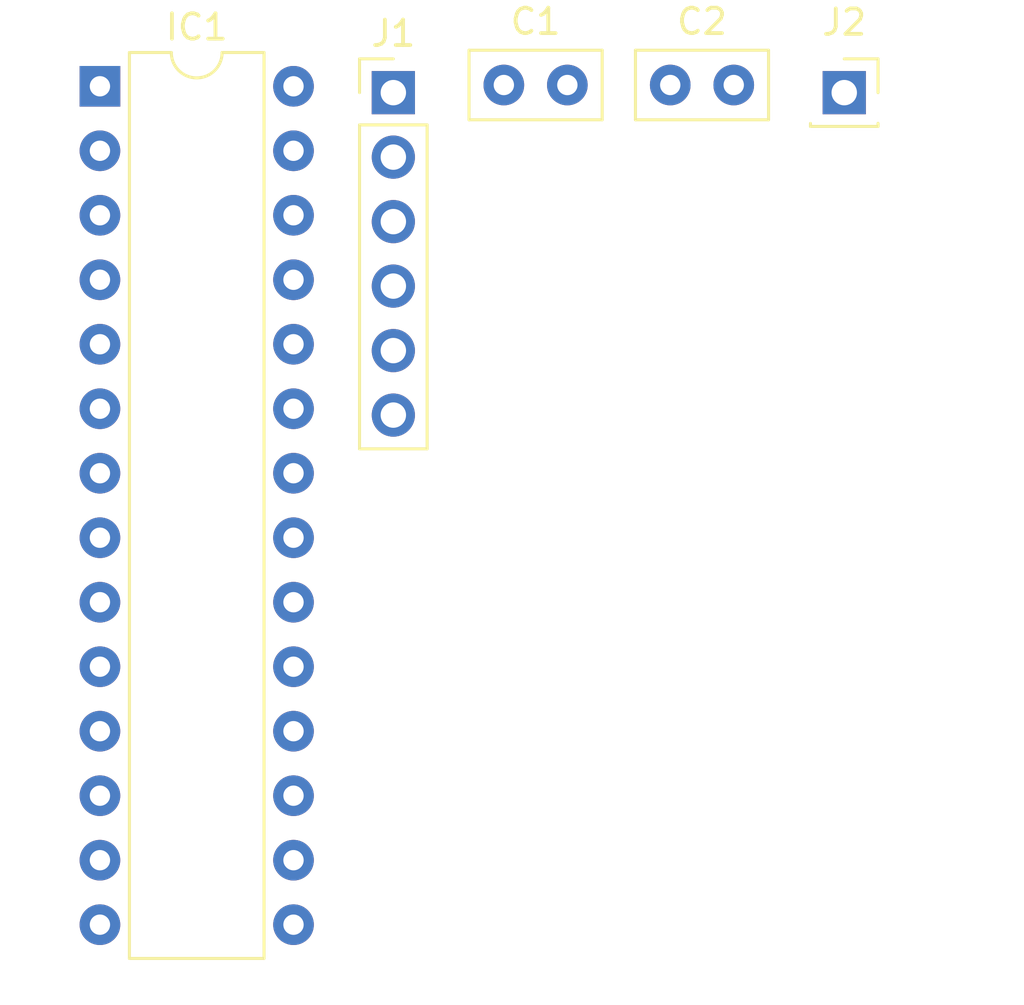
<source format=kicad_pcb>
(kicad_pcb (version 20171130) (host pcbnew "(5.1.9)-1")

  (general
    (thickness 1.6)
    (drawings 0)
    (tracks 0)
    (zones 0)
    (modules 5)
    (nets 30)
  )

  (page A4)
  (layers
    (0 F.Cu signal)
    (31 B.Cu signal)
    (32 B.Adhes user)
    (33 F.Adhes user)
    (34 B.Paste user)
    (35 F.Paste user)
    (36 B.SilkS user)
    (37 F.SilkS user)
    (38 B.Mask user)
    (39 F.Mask user)
    (40 Dwgs.User user)
    (41 Cmts.User user)
    (42 Eco1.User user)
    (43 Eco2.User user)
    (44 Edge.Cuts user)
    (45 Margin user)
    (46 B.CrtYd user)
    (47 F.CrtYd user)
    (48 B.Fab user)
    (49 F.Fab user)
  )

  (setup
    (last_trace_width 0.25)
    (trace_clearance 0.2)
    (zone_clearance 0.508)
    (zone_45_only no)
    (trace_min 0.2)
    (via_size 0.8)
    (via_drill 0.4)
    (via_min_size 0.4)
    (via_min_drill 0.3)
    (uvia_size 0.3)
    (uvia_drill 0.1)
    (uvias_allowed no)
    (uvia_min_size 0.2)
    (uvia_min_drill 0.1)
    (edge_width 0.05)
    (segment_width 0.2)
    (pcb_text_width 0.3)
    (pcb_text_size 1.5 1.5)
    (mod_edge_width 0.12)
    (mod_text_size 1 1)
    (mod_text_width 0.15)
    (pad_size 1.524 1.524)
    (pad_drill 0.762)
    (pad_to_mask_clearance 0)
    (aux_axis_origin 0 0)
    (visible_elements FFFFFF7F)
    (pcbplotparams
      (layerselection 0x010fc_ffffffff)
      (usegerberextensions false)
      (usegerberattributes true)
      (usegerberadvancedattributes true)
      (creategerberjobfile true)
      (excludeedgelayer true)
      (linewidth 0.100000)
      (plotframeref false)
      (viasonmask false)
      (mode 1)
      (useauxorigin false)
      (hpglpennumber 1)
      (hpglpenspeed 20)
      (hpglpendiameter 15.000000)
      (psnegative false)
      (psa4output false)
      (plotreference true)
      (plotvalue true)
      (plotinvisibletext false)
      (padsonsilk false)
      (subtractmaskfromsilk false)
      (outputformat 1)
      (mirror false)
      (drillshape 1)
      (scaleselection 1)
      (outputdirectory ""))
  )

  (net 0 "")
  (net 1 "Net-(C1-Pad2)")
  (net 2 "Net-(C1-Pad1)")
  (net 3 GND)
  (net 4 +3V0)
  (net 5 /ICSP_DAT)
  (net 6 "Net-(IC1-Pad14)")
  (net 7 /ICSP_CLK)
  (net 8 "Net-(IC1-Pad13)")
  (net 9 "Net-(IC1-Pad26)")
  (net 10 "Net-(IC1-Pad12)")
  (net 11 "Net-(IC1-Pad25)")
  (net 12 "Net-(IC1-Pad24)")
  (net 13 "Net-(IC1-Pad10)")
  (net 14 "Net-(IC1-Pad23)")
  (net 15 "Net-(IC1-Pad9)")
  (net 16 "Net-(IC1-Pad22)")
  (net 17 "Net-(IC1-Pad21)")
  (net 18 "Net-(IC1-Pad7)")
  (net 19 "Net-(IC1-Pad6)")
  (net 20 "Net-(IC1-Pad5)")
  (net 21 "Net-(IC1-Pad18)")
  (net 22 "Net-(IC1-Pad4)")
  (net 23 "Net-(IC1-Pad17)")
  (net 24 "Net-(IC1-Pad3)")
  (net 25 "Net-(IC1-Pad16)")
  (net 26 "Net-(IC1-Pad2)")
  (net 27 "Net-(IC1-Pad15)")
  (net 28 /ICSP_VPP)
  (net 29 "Net-(J1-Pad6)")

  (net_class Default "This is the default net class."
    (clearance 0.2)
    (trace_width 0.25)
    (via_dia 0.8)
    (via_drill 0.4)
    (uvia_dia 0.3)
    (uvia_drill 0.1)
    (add_net +3V0)
    (add_net /ICSP_CLK)
    (add_net /ICSP_DAT)
    (add_net /ICSP_VPP)
    (add_net GND)
    (add_net "Net-(C1-Pad1)")
    (add_net "Net-(C1-Pad2)")
    (add_net "Net-(IC1-Pad10)")
    (add_net "Net-(IC1-Pad12)")
    (add_net "Net-(IC1-Pad13)")
    (add_net "Net-(IC1-Pad14)")
    (add_net "Net-(IC1-Pad15)")
    (add_net "Net-(IC1-Pad16)")
    (add_net "Net-(IC1-Pad17)")
    (add_net "Net-(IC1-Pad18)")
    (add_net "Net-(IC1-Pad2)")
    (add_net "Net-(IC1-Pad21)")
    (add_net "Net-(IC1-Pad22)")
    (add_net "Net-(IC1-Pad23)")
    (add_net "Net-(IC1-Pad24)")
    (add_net "Net-(IC1-Pad25)")
    (add_net "Net-(IC1-Pad26)")
    (add_net "Net-(IC1-Pad3)")
    (add_net "Net-(IC1-Pad4)")
    (add_net "Net-(IC1-Pad5)")
    (add_net "Net-(IC1-Pad6)")
    (add_net "Net-(IC1-Pad7)")
    (add_net "Net-(IC1-Pad9)")
    (add_net "Net-(J1-Pad6)")
  )

  (module Connector_PinSocket_2.54mm:PinSocket_1x01_P2.54mm_Vertical (layer F.Cu) (tedit 5A19A434) (tstamp 608C6860)
    (at 417.775001 0.555001)
    (descr "Through hole straight socket strip, 1x01, 2.54mm pitch, single row (from Kicad 4.0.7), script generated")
    (tags "Through hole socket strip THT 1x01 2.54mm single row")
    (path /608A01B1)
    (fp_text reference J2 (at 0 -2.77) (layer F.SilkS)
      (effects (font (size 1 1) (thickness 0.15)))
    )
    (fp_text value "LCD Signal Output" (at 0 2.77) (layer F.Fab)
      (effects (font (size 1 1) (thickness 0.15)))
    )
    (fp_text user %R (at 0 0) (layer F.Fab)
      (effects (font (size 1 1) (thickness 0.15)))
    )
    (fp_line (start -1.27 -1.27) (end 0.635 -1.27) (layer F.Fab) (width 0.1))
    (fp_line (start 0.635 -1.27) (end 1.27 -0.635) (layer F.Fab) (width 0.1))
    (fp_line (start 1.27 -0.635) (end 1.27 1.27) (layer F.Fab) (width 0.1))
    (fp_line (start 1.27 1.27) (end -1.27 1.27) (layer F.Fab) (width 0.1))
    (fp_line (start -1.27 1.27) (end -1.27 -1.27) (layer F.Fab) (width 0.1))
    (fp_line (start -1.33 1.33) (end 1.33 1.33) (layer F.SilkS) (width 0.12))
    (fp_line (start -1.33 1.21) (end -1.33 1.33) (layer F.SilkS) (width 0.12))
    (fp_line (start 1.33 1.21) (end 1.33 1.33) (layer F.SilkS) (width 0.12))
    (fp_line (start 1.33 -1.33) (end 1.33 0) (layer F.SilkS) (width 0.12))
    (fp_line (start 0 -1.33) (end 1.33 -1.33) (layer F.SilkS) (width 0.12))
    (fp_line (start -1.8 -1.8) (end 1.75 -1.8) (layer F.CrtYd) (width 0.05))
    (fp_line (start 1.75 -1.8) (end 1.75 1.75) (layer F.CrtYd) (width 0.05))
    (fp_line (start 1.75 1.75) (end -1.8 1.75) (layer F.CrtYd) (width 0.05))
    (fp_line (start -1.8 1.75) (end -1.8 -1.8) (layer F.CrtYd) (width 0.05))
    (pad 1 thru_hole rect (at 0 0) (size 1.7 1.7) (drill 1) (layers *.Cu *.Mask)
      (net 1 "Net-(C1-Pad2)"))
    (model ${KISYS3DMOD}/Connector_PinSocket_2.54mm.3dshapes/PinSocket_1x01_P2.54mm_Vertical.wrl
      (at (xyz 0 0 0))
      (scale (xyz 1 1 1))
      (rotate (xyz 0 0 0))
    )
  )

  (module Connector_PinHeader_2.54mm:PinHeader_1x06_P2.54mm_Vertical (layer F.Cu) (tedit 59FED5CC) (tstamp 608C684C)
    (at 400.025001 0.555001)
    (descr "Through hole straight pin header, 1x06, 2.54mm pitch, single row")
    (tags "Through hole pin header THT 1x06 2.54mm single row")
    (path /6089D55B)
    (fp_text reference J1 (at 0 -2.33) (layer F.SilkS)
      (effects (font (size 1 1) (thickness 0.15)))
    )
    (fp_text value ICSP (at 0 15.03) (layer F.Fab)
      (effects (font (size 1 1) (thickness 0.15)))
    )
    (fp_text user %R (at 0 6.35 90) (layer F.Fab)
      (effects (font (size 1 1) (thickness 0.15)))
    )
    (fp_line (start -0.635 -1.27) (end 1.27 -1.27) (layer F.Fab) (width 0.1))
    (fp_line (start 1.27 -1.27) (end 1.27 13.97) (layer F.Fab) (width 0.1))
    (fp_line (start 1.27 13.97) (end -1.27 13.97) (layer F.Fab) (width 0.1))
    (fp_line (start -1.27 13.97) (end -1.27 -0.635) (layer F.Fab) (width 0.1))
    (fp_line (start -1.27 -0.635) (end -0.635 -1.27) (layer F.Fab) (width 0.1))
    (fp_line (start -1.33 14.03) (end 1.33 14.03) (layer F.SilkS) (width 0.12))
    (fp_line (start -1.33 1.27) (end -1.33 14.03) (layer F.SilkS) (width 0.12))
    (fp_line (start 1.33 1.27) (end 1.33 14.03) (layer F.SilkS) (width 0.12))
    (fp_line (start -1.33 1.27) (end 1.33 1.27) (layer F.SilkS) (width 0.12))
    (fp_line (start -1.33 0) (end -1.33 -1.33) (layer F.SilkS) (width 0.12))
    (fp_line (start -1.33 -1.33) (end 0 -1.33) (layer F.SilkS) (width 0.12))
    (fp_line (start -1.8 -1.8) (end -1.8 14.5) (layer F.CrtYd) (width 0.05))
    (fp_line (start -1.8 14.5) (end 1.8 14.5) (layer F.CrtYd) (width 0.05))
    (fp_line (start 1.8 14.5) (end 1.8 -1.8) (layer F.CrtYd) (width 0.05))
    (fp_line (start 1.8 -1.8) (end -1.8 -1.8) (layer F.CrtYd) (width 0.05))
    (pad 6 thru_hole oval (at 0 12.7) (size 1.7 1.7) (drill 1) (layers *.Cu *.Mask)
      (net 29 "Net-(J1-Pad6)"))
    (pad 5 thru_hole oval (at 0 10.16) (size 1.7 1.7) (drill 1) (layers *.Cu *.Mask)
      (net 7 /ICSP_CLK))
    (pad 4 thru_hole oval (at 0 7.62) (size 1.7 1.7) (drill 1) (layers *.Cu *.Mask)
      (net 5 /ICSP_DAT))
    (pad 3 thru_hole oval (at 0 5.08) (size 1.7 1.7) (drill 1) (layers *.Cu *.Mask)
      (net 3 GND))
    (pad 2 thru_hole oval (at 0 2.54) (size 1.7 1.7) (drill 1) (layers *.Cu *.Mask)
      (net 4 +3V0))
    (pad 1 thru_hole rect (at 0 0) (size 1.7 1.7) (drill 1) (layers *.Cu *.Mask)
      (net 28 /ICSP_VPP))
    (model ${KISYS3DMOD}/Connector_PinHeader_2.54mm.3dshapes/PinHeader_1x06_P2.54mm_Vertical.wrl
      (at (xyz 0 0 0))
      (scale (xyz 1 1 1))
      (rotate (xyz 0 0 0))
    )
  )

  (module Package_DIP:DIP-28_W7.62mm (layer F.Cu) (tedit 5A02E8C5) (tstamp 608C6832)
    (at 388.475001 0.305001)
    (descr "28-lead though-hole mounted DIP package, row spacing 7.62 mm (300 mils)")
    (tags "THT DIP DIL PDIP 2.54mm 7.62mm 300mil")
    (path /6089B9A8)
    (fp_text reference IC1 (at 3.81 -2.33) (layer F.SilkS)
      (effects (font (size 1 1) (thickness 0.15)))
    )
    (fp_text value PIC16LF19156-I_SP (at 3.81 35.35) (layer F.Fab)
      (effects (font (size 1 1) (thickness 0.15)))
    )
    (fp_text user %R (at 3.81 16.51) (layer F.Fab)
      (effects (font (size 1 1) (thickness 0.15)))
    )
    (fp_arc (start 3.81 -1.33) (end 2.81 -1.33) (angle -180) (layer F.SilkS) (width 0.12))
    (fp_line (start 1.635 -1.27) (end 6.985 -1.27) (layer F.Fab) (width 0.1))
    (fp_line (start 6.985 -1.27) (end 6.985 34.29) (layer F.Fab) (width 0.1))
    (fp_line (start 6.985 34.29) (end 0.635 34.29) (layer F.Fab) (width 0.1))
    (fp_line (start 0.635 34.29) (end 0.635 -0.27) (layer F.Fab) (width 0.1))
    (fp_line (start 0.635 -0.27) (end 1.635 -1.27) (layer F.Fab) (width 0.1))
    (fp_line (start 2.81 -1.33) (end 1.16 -1.33) (layer F.SilkS) (width 0.12))
    (fp_line (start 1.16 -1.33) (end 1.16 34.35) (layer F.SilkS) (width 0.12))
    (fp_line (start 1.16 34.35) (end 6.46 34.35) (layer F.SilkS) (width 0.12))
    (fp_line (start 6.46 34.35) (end 6.46 -1.33) (layer F.SilkS) (width 0.12))
    (fp_line (start 6.46 -1.33) (end 4.81 -1.33) (layer F.SilkS) (width 0.12))
    (fp_line (start -1.1 -1.55) (end -1.1 34.55) (layer F.CrtYd) (width 0.05))
    (fp_line (start -1.1 34.55) (end 8.7 34.55) (layer F.CrtYd) (width 0.05))
    (fp_line (start 8.7 34.55) (end 8.7 -1.55) (layer F.CrtYd) (width 0.05))
    (fp_line (start 8.7 -1.55) (end -1.1 -1.55) (layer F.CrtYd) (width 0.05))
    (pad 28 thru_hole oval (at 7.62 0) (size 1.6 1.6) (drill 0.8) (layers *.Cu *.Mask)
      (net 5 /ICSP_DAT))
    (pad 14 thru_hole oval (at 0 33.02) (size 1.6 1.6) (drill 0.8) (layers *.Cu *.Mask)
      (net 6 "Net-(IC1-Pad14)"))
    (pad 27 thru_hole oval (at 7.62 2.54) (size 1.6 1.6) (drill 0.8) (layers *.Cu *.Mask)
      (net 7 /ICSP_CLK))
    (pad 13 thru_hole oval (at 0 30.48) (size 1.6 1.6) (drill 0.8) (layers *.Cu *.Mask)
      (net 8 "Net-(IC1-Pad13)"))
    (pad 26 thru_hole oval (at 7.62 5.08) (size 1.6 1.6) (drill 0.8) (layers *.Cu *.Mask)
      (net 9 "Net-(IC1-Pad26)"))
    (pad 12 thru_hole oval (at 0 27.94) (size 1.6 1.6) (drill 0.8) (layers *.Cu *.Mask)
      (net 10 "Net-(IC1-Pad12)"))
    (pad 25 thru_hole oval (at 7.62 7.62) (size 1.6 1.6) (drill 0.8) (layers *.Cu *.Mask)
      (net 11 "Net-(IC1-Pad25)"))
    (pad 11 thru_hole oval (at 0 25.4) (size 1.6 1.6) (drill 0.8) (layers *.Cu *.Mask)
      (net 2 "Net-(C1-Pad1)"))
    (pad 24 thru_hole oval (at 7.62 10.16) (size 1.6 1.6) (drill 0.8) (layers *.Cu *.Mask)
      (net 12 "Net-(IC1-Pad24)"))
    (pad 10 thru_hole oval (at 0 22.86) (size 1.6 1.6) (drill 0.8) (layers *.Cu *.Mask)
      (net 13 "Net-(IC1-Pad10)"))
    (pad 23 thru_hole oval (at 7.62 12.7) (size 1.6 1.6) (drill 0.8) (layers *.Cu *.Mask)
      (net 14 "Net-(IC1-Pad23)"))
    (pad 9 thru_hole oval (at 0 20.32) (size 1.6 1.6) (drill 0.8) (layers *.Cu *.Mask)
      (net 15 "Net-(IC1-Pad9)"))
    (pad 22 thru_hole oval (at 7.62 15.24) (size 1.6 1.6) (drill 0.8) (layers *.Cu *.Mask)
      (net 16 "Net-(IC1-Pad22)"))
    (pad 8 thru_hole oval (at 0 17.78) (size 1.6 1.6) (drill 0.8) (layers *.Cu *.Mask)
      (net 3 GND))
    (pad 21 thru_hole oval (at 7.62 17.78) (size 1.6 1.6) (drill 0.8) (layers *.Cu *.Mask)
      (net 17 "Net-(IC1-Pad21)"))
    (pad 7 thru_hole oval (at 0 15.24) (size 1.6 1.6) (drill 0.8) (layers *.Cu *.Mask)
      (net 18 "Net-(IC1-Pad7)"))
    (pad 20 thru_hole oval (at 7.62 20.32) (size 1.6 1.6) (drill 0.8) (layers *.Cu *.Mask)
      (net 4 +3V0))
    (pad 6 thru_hole oval (at 0 12.7) (size 1.6 1.6) (drill 0.8) (layers *.Cu *.Mask)
      (net 19 "Net-(IC1-Pad6)"))
    (pad 19 thru_hole oval (at 7.62 22.86) (size 1.6 1.6) (drill 0.8) (layers *.Cu *.Mask)
      (net 3 GND))
    (pad 5 thru_hole oval (at 0 10.16) (size 1.6 1.6) (drill 0.8) (layers *.Cu *.Mask)
      (net 20 "Net-(IC1-Pad5)"))
    (pad 18 thru_hole oval (at 7.62 25.4) (size 1.6 1.6) (drill 0.8) (layers *.Cu *.Mask)
      (net 21 "Net-(IC1-Pad18)"))
    (pad 4 thru_hole oval (at 0 7.62) (size 1.6 1.6) (drill 0.8) (layers *.Cu *.Mask)
      (net 22 "Net-(IC1-Pad4)"))
    (pad 17 thru_hole oval (at 7.62 27.94) (size 1.6 1.6) (drill 0.8) (layers *.Cu *.Mask)
      (net 23 "Net-(IC1-Pad17)"))
    (pad 3 thru_hole oval (at 0 5.08) (size 1.6 1.6) (drill 0.8) (layers *.Cu *.Mask)
      (net 24 "Net-(IC1-Pad3)"))
    (pad 16 thru_hole oval (at 7.62 30.48) (size 1.6 1.6) (drill 0.8) (layers *.Cu *.Mask)
      (net 25 "Net-(IC1-Pad16)"))
    (pad 2 thru_hole oval (at 0 2.54) (size 1.6 1.6) (drill 0.8) (layers *.Cu *.Mask)
      (net 26 "Net-(IC1-Pad2)"))
    (pad 15 thru_hole oval (at 7.62 33.02) (size 1.6 1.6) (drill 0.8) (layers *.Cu *.Mask)
      (net 27 "Net-(IC1-Pad15)"))
    (pad 1 thru_hole rect (at 0 0) (size 1.6 1.6) (drill 0.8) (layers *.Cu *.Mask)
      (net 28 /ICSP_VPP))
    (model ${KISYS3DMOD}/Package_DIP.3dshapes/DIP-28_W7.62mm.wrl
      (at (xyz 0 0 0))
      (scale (xyz 1 1 1))
      (rotate (xyz 0 0 0))
    )
  )

  (module Capacitor_THT:C_Disc_D5.0mm_W2.5mm_P2.50mm (layer F.Cu) (tedit 5AE50EF0) (tstamp 608C6802)
    (at 410.925001 0.255001)
    (descr "C, Disc series, Radial, pin pitch=2.50mm, , diameter*width=5*2.5mm^2, Capacitor, http://cdn-reichelt.de/documents/datenblatt/B300/DS_KERKO_TC.pdf")
    (tags "C Disc series Radial pin pitch 2.50mm  diameter 5mm width 2.5mm Capacitor")
    (path /608A22FF)
    (fp_text reference C2 (at 1.25 -2.5) (layer F.SilkS)
      (effects (font (size 1 1) (thickness 0.15)))
    )
    (fp_text value 100nF (at 1.25 2.5) (layer F.Fab)
      (effects (font (size 1 1) (thickness 0.15)))
    )
    (fp_text user %R (at 1.25 0) (layer F.Fab)
      (effects (font (size 1 1) (thickness 0.15)))
    )
    (fp_line (start -1.25 -1.25) (end -1.25 1.25) (layer F.Fab) (width 0.1))
    (fp_line (start -1.25 1.25) (end 3.75 1.25) (layer F.Fab) (width 0.1))
    (fp_line (start 3.75 1.25) (end 3.75 -1.25) (layer F.Fab) (width 0.1))
    (fp_line (start 3.75 -1.25) (end -1.25 -1.25) (layer F.Fab) (width 0.1))
    (fp_line (start -1.37 -1.37) (end 3.87 -1.37) (layer F.SilkS) (width 0.12))
    (fp_line (start -1.37 1.37) (end 3.87 1.37) (layer F.SilkS) (width 0.12))
    (fp_line (start -1.37 -1.37) (end -1.37 1.37) (layer F.SilkS) (width 0.12))
    (fp_line (start 3.87 -1.37) (end 3.87 1.37) (layer F.SilkS) (width 0.12))
    (fp_line (start -1.5 -1.5) (end -1.5 1.5) (layer F.CrtYd) (width 0.05))
    (fp_line (start -1.5 1.5) (end 4 1.5) (layer F.CrtYd) (width 0.05))
    (fp_line (start 4 1.5) (end 4 -1.5) (layer F.CrtYd) (width 0.05))
    (fp_line (start 4 -1.5) (end -1.5 -1.5) (layer F.CrtYd) (width 0.05))
    (pad 2 thru_hole circle (at 2.5 0) (size 1.6 1.6) (drill 0.8) (layers *.Cu *.Mask)
      (net 3 GND))
    (pad 1 thru_hole circle (at 0 0) (size 1.6 1.6) (drill 0.8) (layers *.Cu *.Mask)
      (net 4 +3V0))
    (model ${KISYS3DMOD}/Capacitor_THT.3dshapes/C_Disc_D5.0mm_W2.5mm_P2.50mm.wrl
      (at (xyz 0 0 0))
      (scale (xyz 1 1 1))
      (rotate (xyz 0 0 0))
    )
  )

  (module Capacitor_THT:C_Disc_D5.0mm_W2.5mm_P2.50mm (layer F.Cu) (tedit 5AE50EF0) (tstamp 608C67EF)
    (at 404.375001 0.255001)
    (descr "C, Disc series, Radial, pin pitch=2.50mm, , diameter*width=5*2.5mm^2, Capacitor, http://cdn-reichelt.de/documents/datenblatt/B300/DS_KERKO_TC.pdf")
    (tags "C Disc series Radial pin pitch 2.50mm  diameter 5mm width 2.5mm Capacitor")
    (path /608A1A8F)
    (fp_text reference C1 (at 1.25 -2.5) (layer F.SilkS)
      (effects (font (size 1 1) (thickness 0.15)))
    )
    (fp_text value 100nF (at 1.25 2.5) (layer F.Fab)
      (effects (font (size 1 1) (thickness 0.15)))
    )
    (fp_text user %R (at 1.25 0) (layer F.Fab)
      (effects (font (size 1 1) (thickness 0.15)))
    )
    (fp_line (start -1.25 -1.25) (end -1.25 1.25) (layer F.Fab) (width 0.1))
    (fp_line (start -1.25 1.25) (end 3.75 1.25) (layer F.Fab) (width 0.1))
    (fp_line (start 3.75 1.25) (end 3.75 -1.25) (layer F.Fab) (width 0.1))
    (fp_line (start 3.75 -1.25) (end -1.25 -1.25) (layer F.Fab) (width 0.1))
    (fp_line (start -1.37 -1.37) (end 3.87 -1.37) (layer F.SilkS) (width 0.12))
    (fp_line (start -1.37 1.37) (end 3.87 1.37) (layer F.SilkS) (width 0.12))
    (fp_line (start -1.37 -1.37) (end -1.37 1.37) (layer F.SilkS) (width 0.12))
    (fp_line (start 3.87 -1.37) (end 3.87 1.37) (layer F.SilkS) (width 0.12))
    (fp_line (start -1.5 -1.5) (end -1.5 1.5) (layer F.CrtYd) (width 0.05))
    (fp_line (start -1.5 1.5) (end 4 1.5) (layer F.CrtYd) (width 0.05))
    (fp_line (start 4 1.5) (end 4 -1.5) (layer F.CrtYd) (width 0.05))
    (fp_line (start 4 -1.5) (end -1.5 -1.5) (layer F.CrtYd) (width 0.05))
    (pad 2 thru_hole circle (at 2.5 0) (size 1.6 1.6) (drill 0.8) (layers *.Cu *.Mask)
      (net 1 "Net-(C1-Pad2)"))
    (pad 1 thru_hole circle (at 0 0) (size 1.6 1.6) (drill 0.8) (layers *.Cu *.Mask)
      (net 2 "Net-(C1-Pad1)"))
    (model ${KISYS3DMOD}/Capacitor_THT.3dshapes/C_Disc_D5.0mm_W2.5mm_P2.50mm.wrl
      (at (xyz 0 0 0))
      (scale (xyz 1 1 1))
      (rotate (xyz 0 0 0))
    )
  )

)

</source>
